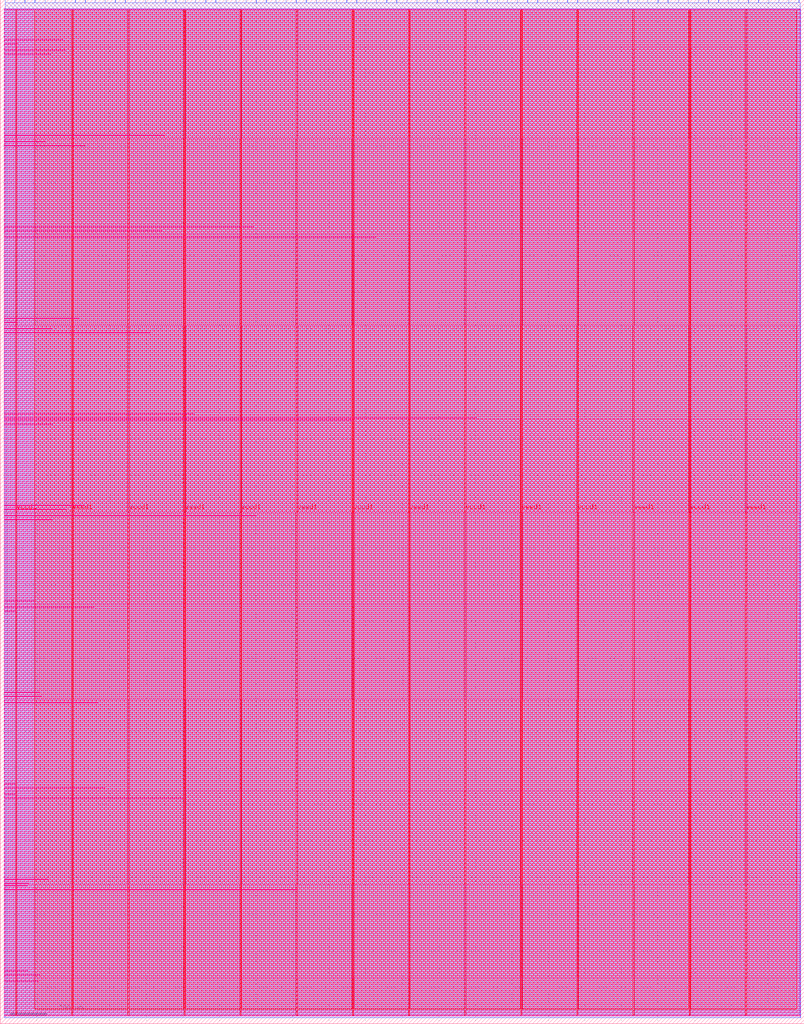
<source format=lef>
VERSION 5.7 ;
  NOWIREEXTENSIONATPIN ON ;
  DIVIDERCHAR "/" ;
  BUSBITCHARS "[]" ;
MACRO DFFRAM_1Kx32
  CLASS BLOCK ;
  FOREIGN DFFRAM_1Kx32 ;
  ORIGIN 0.000 0.000 ;
  SIZE 1100.000 BY 1400.000 ;
  PIN A[0]
    DIRECTION INPUT ;
    USE SIGNAL ;
    PORT
      LAYER met2 ;
        RECT 446.290 1396.000 446.570 1400.000 ;
    END
  END A[0]
  PIN A[1]
    DIRECTION INPUT ;
    USE SIGNAL ;
    PORT
      LAYER met2 ;
        RECT 460.090 1396.000 460.370 1400.000 ;
    END
  END A[1]
  PIN A[2]
    DIRECTION INPUT ;
    USE SIGNAL ;
    PORT
      LAYER met2 ;
        RECT 473.890 1396.000 474.170 1400.000 ;
    END
  END A[2]
  PIN A[3]
    DIRECTION INPUT ;
    USE SIGNAL ;
    PORT
      LAYER met2 ;
        RECT 487.690 1396.000 487.970 1400.000 ;
    END
  END A[3]
  PIN A[4]
    DIRECTION INPUT ;
    USE SIGNAL ;
    PORT
      LAYER met2 ;
        RECT 501.030 1396.000 501.310 1400.000 ;
    END
  END A[4]
  PIN A[5]
    DIRECTION INPUT ;
    USE SIGNAL ;
    PORT
      LAYER met2 ;
        RECT 514.830 1396.000 515.110 1400.000 ;
    END
  END A[5]
  PIN A[6]
    DIRECTION INPUT ;
    USE SIGNAL ;
    PORT
      LAYER met2 ;
        RECT 528.630 1396.000 528.910 1400.000 ;
    END
  END A[6]
  PIN A[7]
    DIRECTION INPUT ;
    USE SIGNAL ;
    PORT
      LAYER met2 ;
        RECT 542.430 1396.000 542.710 1400.000 ;
    END
  END A[7]
  PIN A[8]
    DIRECTION INPUT ;
    USE SIGNAL ;
    PORT
      LAYER met2 ;
        RECT 556.230 1396.000 556.510 1400.000 ;
    END
  END A[8]
  PIN A[9]
    DIRECTION INPUT ;
    USE SIGNAL ;
    PORT
      LAYER met2 ;
        RECT 570.030 1396.000 570.310 1400.000 ;
    END
  END A[9]
  PIN CLK
    DIRECTION INPUT ;
    USE SIGNAL ;
    PORT
      LAYER met2 ;
        RECT 583.830 1396.000 584.110 1400.000 ;
    END
  END CLK
  PIN Di[0]
    DIRECTION INPUT ;
    USE SIGNAL ;
    PORT
      LAYER met2 ;
        RECT 666.170 1396.000 666.450 1400.000 ;
    END
  END Di[0]
  PIN Di[10]
    DIRECTION INPUT ;
    USE SIGNAL ;
    PORT
      LAYER met2 ;
        RECT 803.710 1396.000 803.990 1400.000 ;
    END
  END Di[10]
  PIN Di[11]
    DIRECTION INPUT ;
    USE SIGNAL ;
    PORT
      LAYER met2 ;
        RECT 817.510 1396.000 817.790 1400.000 ;
    END
  END Di[11]
  PIN Di[12]
    DIRECTION INPUT ;
    USE SIGNAL ;
    PORT
      LAYER met2 ;
        RECT 831.310 1396.000 831.590 1400.000 ;
    END
  END Di[12]
  PIN Di[13]
    DIRECTION INPUT ;
    USE SIGNAL ;
    PORT
      LAYER met2 ;
        RECT 845.110 1396.000 845.390 1400.000 ;
    END
  END Di[13]
  PIN Di[14]
    DIRECTION INPUT ;
    USE SIGNAL ;
    PORT
      LAYER met2 ;
        RECT 858.910 1396.000 859.190 1400.000 ;
    END
  END Di[14]
  PIN Di[15]
    DIRECTION INPUT ;
    USE SIGNAL ;
    PORT
      LAYER met2 ;
        RECT 872.250 1396.000 872.530 1400.000 ;
    END
  END Di[15]
  PIN Di[16]
    DIRECTION INPUT ;
    USE SIGNAL ;
    PORT
      LAYER met2 ;
        RECT 886.050 1396.000 886.330 1400.000 ;
    END
  END Di[16]
  PIN Di[17]
    DIRECTION INPUT ;
    USE SIGNAL ;
    PORT
      LAYER met2 ;
        RECT 899.850 1396.000 900.130 1400.000 ;
    END
  END Di[17]
  PIN Di[18]
    DIRECTION INPUT ;
    USE SIGNAL ;
    PORT
      LAYER met2 ;
        RECT 913.650 1396.000 913.930 1400.000 ;
    END
  END Di[18]
  PIN Di[19]
    DIRECTION INPUT ;
    USE SIGNAL ;
    PORT
      LAYER met2 ;
        RECT 927.450 1396.000 927.730 1400.000 ;
    END
  END Di[19]
  PIN Di[1]
    DIRECTION INPUT ;
    USE SIGNAL ;
    PORT
      LAYER met2 ;
        RECT 679.970 1396.000 680.250 1400.000 ;
    END
  END Di[1]
  PIN Di[20]
    DIRECTION INPUT ;
    USE SIGNAL ;
    PORT
      LAYER met2 ;
        RECT 941.250 1396.000 941.530 1400.000 ;
    END
  END Di[20]
  PIN Di[21]
    DIRECTION INPUT ;
    USE SIGNAL ;
    PORT
      LAYER met2 ;
        RECT 955.050 1396.000 955.330 1400.000 ;
    END
  END Di[21]
  PIN Di[22]
    DIRECTION INPUT ;
    USE SIGNAL ;
    PORT
      LAYER met2 ;
        RECT 968.850 1396.000 969.130 1400.000 ;
    END
  END Di[22]
  PIN Di[23]
    DIRECTION INPUT ;
    USE SIGNAL ;
    PORT
      LAYER met2 ;
        RECT 982.650 1396.000 982.930 1400.000 ;
    END
  END Di[23]
  PIN Di[24]
    DIRECTION INPUT ;
    USE SIGNAL ;
    PORT
      LAYER met2 ;
        RECT 995.990 1396.000 996.270 1400.000 ;
    END
  END Di[24]
  PIN Di[25]
    DIRECTION INPUT ;
    USE SIGNAL ;
    PORT
      LAYER met2 ;
        RECT 1009.790 1396.000 1010.070 1400.000 ;
    END
  END Di[25]
  PIN Di[26]
    DIRECTION INPUT ;
    USE SIGNAL ;
    PORT
      LAYER met2 ;
        RECT 1023.590 1396.000 1023.870 1400.000 ;
    END
  END Di[26]
  PIN Di[27]
    DIRECTION INPUT ;
    USE SIGNAL ;
    PORT
      LAYER met2 ;
        RECT 1037.390 1396.000 1037.670 1400.000 ;
    END
  END Di[27]
  PIN Di[28]
    DIRECTION INPUT ;
    USE SIGNAL ;
    PORT
      LAYER met2 ;
        RECT 1051.190 1396.000 1051.470 1400.000 ;
    END
  END Di[28]
  PIN Di[29]
    DIRECTION INPUT ;
    USE SIGNAL ;
    PORT
      LAYER met2 ;
        RECT 1064.990 1396.000 1065.270 1400.000 ;
    END
  END Di[29]
  PIN Di[2]
    DIRECTION INPUT ;
    USE SIGNAL ;
    PORT
      LAYER met2 ;
        RECT 693.770 1396.000 694.050 1400.000 ;
    END
  END Di[2]
  PIN Di[30]
    DIRECTION INPUT ;
    USE SIGNAL ;
    PORT
      LAYER met2 ;
        RECT 1078.790 1396.000 1079.070 1400.000 ;
    END
  END Di[30]
  PIN Di[31]
    DIRECTION INPUT ;
    USE SIGNAL ;
    PORT
      LAYER met2 ;
        RECT 1092.590 1396.000 1092.870 1400.000 ;
    END
  END Di[31]
  PIN Di[3]
    DIRECTION INPUT ;
    USE SIGNAL ;
    PORT
      LAYER met2 ;
        RECT 707.570 1396.000 707.850 1400.000 ;
    END
  END Di[3]
  PIN Di[4]
    DIRECTION INPUT ;
    USE SIGNAL ;
    PORT
      LAYER met2 ;
        RECT 721.370 1396.000 721.650 1400.000 ;
    END
  END Di[4]
  PIN Di[5]
    DIRECTION INPUT ;
    USE SIGNAL ;
    PORT
      LAYER met2 ;
        RECT 735.170 1396.000 735.450 1400.000 ;
    END
  END Di[5]
  PIN Di[6]
    DIRECTION INPUT ;
    USE SIGNAL ;
    PORT
      LAYER met2 ;
        RECT 748.510 1396.000 748.790 1400.000 ;
    END
  END Di[6]
  PIN Di[7]
    DIRECTION INPUT ;
    USE SIGNAL ;
    PORT
      LAYER met2 ;
        RECT 762.310 1396.000 762.590 1400.000 ;
    END
  END Di[7]
  PIN Di[8]
    DIRECTION INPUT ;
    USE SIGNAL ;
    PORT
      LAYER met2 ;
        RECT 776.110 1396.000 776.390 1400.000 ;
    END
  END Di[8]
  PIN Di[9]
    DIRECTION INPUT ;
    USE SIGNAL ;
    PORT
      LAYER met2 ;
        RECT 789.910 1396.000 790.190 1400.000 ;
    END
  END Di[9]
  PIN Do[0]
    DIRECTION OUTPUT TRISTATE ;
    USE SIGNAL ;
    PORT
      LAYER met2 ;
        RECT 6.530 1396.000 6.810 1400.000 ;
    END
  END Do[0]
  PIN Do[10]
    DIRECTION OUTPUT TRISTATE ;
    USE SIGNAL ;
    PORT
      LAYER met2 ;
        RECT 143.610 1396.000 143.890 1400.000 ;
    END
  END Do[10]
  PIN Do[11]
    DIRECTION OUTPUT TRISTATE ;
    USE SIGNAL ;
    PORT
      LAYER met2 ;
        RECT 157.410 1396.000 157.690 1400.000 ;
    END
  END Do[11]
  PIN Do[12]
    DIRECTION OUTPUT TRISTATE ;
    USE SIGNAL ;
    PORT
      LAYER met2 ;
        RECT 171.210 1396.000 171.490 1400.000 ;
    END
  END Do[12]
  PIN Do[13]
    DIRECTION OUTPUT TRISTATE ;
    USE SIGNAL ;
    PORT
      LAYER met2 ;
        RECT 185.010 1396.000 185.290 1400.000 ;
    END
  END Do[13]
  PIN Do[14]
    DIRECTION OUTPUT TRISTATE ;
    USE SIGNAL ;
    PORT
      LAYER met2 ;
        RECT 198.810 1396.000 199.090 1400.000 ;
    END
  END Do[14]
  PIN Do[15]
    DIRECTION OUTPUT TRISTATE ;
    USE SIGNAL ;
    PORT
      LAYER met2 ;
        RECT 212.610 1396.000 212.890 1400.000 ;
    END
  END Do[15]
  PIN Do[16]
    DIRECTION OUTPUT TRISTATE ;
    USE SIGNAL ;
    PORT
      LAYER met2 ;
        RECT 226.410 1396.000 226.690 1400.000 ;
    END
  END Do[16]
  PIN Do[17]
    DIRECTION OUTPUT TRISTATE ;
    USE SIGNAL ;
    PORT
      LAYER met2 ;
        RECT 240.210 1396.000 240.490 1400.000 ;
    END
  END Do[17]
  PIN Do[18]
    DIRECTION OUTPUT TRISTATE ;
    USE SIGNAL ;
    PORT
      LAYER met2 ;
        RECT 253.550 1396.000 253.830 1400.000 ;
    END
  END Do[18]
  PIN Do[19]
    DIRECTION OUTPUT TRISTATE ;
    USE SIGNAL ;
    PORT
      LAYER met2 ;
        RECT 267.350 1396.000 267.630 1400.000 ;
    END
  END Do[19]
  PIN Do[1]
    DIRECTION OUTPUT TRISTATE ;
    USE SIGNAL ;
    PORT
      LAYER met2 ;
        RECT 19.870 1396.000 20.150 1400.000 ;
    END
  END Do[1]
  PIN Do[20]
    DIRECTION OUTPUT TRISTATE ;
    USE SIGNAL ;
    PORT
      LAYER met2 ;
        RECT 281.150 1396.000 281.430 1400.000 ;
    END
  END Do[20]
  PIN Do[21]
    DIRECTION OUTPUT TRISTATE ;
    USE SIGNAL ;
    PORT
      LAYER met2 ;
        RECT 294.950 1396.000 295.230 1400.000 ;
    END
  END Do[21]
  PIN Do[22]
    DIRECTION OUTPUT TRISTATE ;
    USE SIGNAL ;
    PORT
      LAYER met2 ;
        RECT 308.750 1396.000 309.030 1400.000 ;
    END
  END Do[22]
  PIN Do[23]
    DIRECTION OUTPUT TRISTATE ;
    USE SIGNAL ;
    PORT
      LAYER met2 ;
        RECT 322.550 1396.000 322.830 1400.000 ;
    END
  END Do[23]
  PIN Do[24]
    DIRECTION OUTPUT TRISTATE ;
    USE SIGNAL ;
    PORT
      LAYER met2 ;
        RECT 336.350 1396.000 336.630 1400.000 ;
    END
  END Do[24]
  PIN Do[25]
    DIRECTION OUTPUT TRISTATE ;
    USE SIGNAL ;
    PORT
      LAYER met2 ;
        RECT 350.150 1396.000 350.430 1400.000 ;
    END
  END Do[25]
  PIN Do[26]
    DIRECTION OUTPUT TRISTATE ;
    USE SIGNAL ;
    PORT
      LAYER met2 ;
        RECT 363.950 1396.000 364.230 1400.000 ;
    END
  END Do[26]
  PIN Do[27]
    DIRECTION OUTPUT TRISTATE ;
    USE SIGNAL ;
    PORT
      LAYER met2 ;
        RECT 377.290 1396.000 377.570 1400.000 ;
    END
  END Do[27]
  PIN Do[28]
    DIRECTION OUTPUT TRISTATE ;
    USE SIGNAL ;
    PORT
      LAYER met2 ;
        RECT 391.090 1396.000 391.370 1400.000 ;
    END
  END Do[28]
  PIN Do[29]
    DIRECTION OUTPUT TRISTATE ;
    USE SIGNAL ;
    PORT
      LAYER met2 ;
        RECT 404.890 1396.000 405.170 1400.000 ;
    END
  END Do[29]
  PIN Do[2]
    DIRECTION OUTPUT TRISTATE ;
    USE SIGNAL ;
    PORT
      LAYER met2 ;
        RECT 33.670 1396.000 33.950 1400.000 ;
    END
  END Do[2]
  PIN Do[30]
    DIRECTION OUTPUT TRISTATE ;
    USE SIGNAL ;
    PORT
      LAYER met2 ;
        RECT 418.690 1396.000 418.970 1400.000 ;
    END
  END Do[30]
  PIN Do[31]
    DIRECTION OUTPUT TRISTATE ;
    USE SIGNAL ;
    PORT
      LAYER met2 ;
        RECT 432.490 1396.000 432.770 1400.000 ;
    END
  END Do[31]
  PIN Do[3]
    DIRECTION OUTPUT TRISTATE ;
    USE SIGNAL ;
    PORT
      LAYER met2 ;
        RECT 47.470 1396.000 47.750 1400.000 ;
    END
  END Do[3]
  PIN Do[4]
    DIRECTION OUTPUT TRISTATE ;
    USE SIGNAL ;
    PORT
      LAYER met2 ;
        RECT 61.270 1396.000 61.550 1400.000 ;
    END
  END Do[4]
  PIN Do[5]
    DIRECTION OUTPUT TRISTATE ;
    USE SIGNAL ;
    PORT
      LAYER met2 ;
        RECT 75.070 1396.000 75.350 1400.000 ;
    END
  END Do[5]
  PIN Do[6]
    DIRECTION OUTPUT TRISTATE ;
    USE SIGNAL ;
    PORT
      LAYER met2 ;
        RECT 88.870 1396.000 89.150 1400.000 ;
    END
  END Do[6]
  PIN Do[7]
    DIRECTION OUTPUT TRISTATE ;
    USE SIGNAL ;
    PORT
      LAYER met2 ;
        RECT 102.670 1396.000 102.950 1400.000 ;
    END
  END Do[7]
  PIN Do[8]
    DIRECTION OUTPUT TRISTATE ;
    USE SIGNAL ;
    PORT
      LAYER met2 ;
        RECT 116.470 1396.000 116.750 1400.000 ;
    END
  END Do[8]
  PIN Do[9]
    DIRECTION OUTPUT TRISTATE ;
    USE SIGNAL ;
    PORT
      LAYER met2 ;
        RECT 129.810 1396.000 130.090 1400.000 ;
    END
  END Do[9]
  PIN EN
    DIRECTION INPUT ;
    USE SIGNAL ;
    PORT
      LAYER met2 ;
        RECT 652.370 1396.000 652.650 1400.000 ;
    END
  END EN
  PIN WE[0]
    DIRECTION INPUT ;
    USE SIGNAL ;
    PORT
      LAYER met2 ;
        RECT 597.630 1396.000 597.910 1400.000 ;
    END
  END WE[0]
  PIN WE[1]
    DIRECTION INPUT ;
    USE SIGNAL ;
    PORT
      LAYER met2 ;
        RECT 611.430 1396.000 611.710 1400.000 ;
    END
  END WE[1]
  PIN WE[2]
    DIRECTION INPUT ;
    USE SIGNAL ;
    PORT
      LAYER met2 ;
        RECT 624.770 1396.000 625.050 1400.000 ;
    END
  END WE[2]
  PIN WE[3]
    DIRECTION INPUT ;
    USE SIGNAL ;
    PORT
      LAYER met2 ;
        RECT 638.570 1396.000 638.850 1400.000 ;
    END
  END WE[3]
  PIN vccd1
    DIRECTION INOUT ;
    USE POWER ;
    PORT
      LAYER met4 ;
        RECT 942.640 10.640 944.240 1387.440 ;
    END
  END vccd1
  PIN vccd1
    DIRECTION INOUT ;
    USE POWER ;
    PORT
      LAYER met4 ;
        RECT 789.040 10.640 790.640 1387.440 ;
    END
  END vccd1
  PIN vccd1
    DIRECTION INOUT ;
    USE POWER ;
    PORT
      LAYER met4 ;
        RECT 635.440 10.640 637.040 1387.440 ;
    END
  END vccd1
  PIN vccd1
    DIRECTION INOUT ;
    USE POWER ;
    PORT
      LAYER met4 ;
        RECT 481.840 10.640 483.440 1387.440 ;
    END
  END vccd1
  PIN vccd1
    DIRECTION INOUT ;
    USE POWER ;
    PORT
      LAYER met4 ;
        RECT 328.240 10.640 329.840 1387.440 ;
    END
  END vccd1
  PIN vccd1
    DIRECTION INOUT ;
    USE POWER ;
    PORT
      LAYER met4 ;
        RECT 174.640 10.640 176.240 1387.440 ;
    END
  END vccd1
  PIN vccd1
    DIRECTION INOUT ;
    USE POWER ;
    PORT
      LAYER met4 ;
        RECT 21.040 10.640 22.640 1387.440 ;
    END
  END vccd1
  PIN vssd1
    DIRECTION INOUT ;
    USE GROUND ;
    PORT
      LAYER met4 ;
        RECT 1019.440 10.640 1021.040 1387.440 ;
    END
  END vssd1
  PIN vssd1
    DIRECTION INOUT ;
    USE GROUND ;
    PORT
      LAYER met4 ;
        RECT 865.840 10.640 867.440 1387.440 ;
    END
  END vssd1
  PIN vssd1
    DIRECTION INOUT ;
    USE GROUND ;
    PORT
      LAYER met4 ;
        RECT 712.240 10.640 713.840 1387.440 ;
    END
  END vssd1
  PIN vssd1
    DIRECTION INOUT ;
    USE GROUND ;
    PORT
      LAYER met4 ;
        RECT 558.640 10.640 560.240 1387.440 ;
    END
  END vssd1
  PIN vssd1
    DIRECTION INOUT ;
    USE GROUND ;
    PORT
      LAYER met4 ;
        RECT 405.040 10.640 406.640 1387.440 ;
    END
  END vssd1
  PIN vssd1
    DIRECTION INOUT ;
    USE GROUND ;
    PORT
      LAYER met4 ;
        RECT 251.440 10.640 253.040 1387.440 ;
    END
  END vssd1
  PIN vssd1
    DIRECTION INOUT ;
    USE GROUND ;
    PORT
      LAYER met4 ;
        RECT 97.840 10.640 99.440 1387.440 ;
    END
  END vssd1
  OBS
      LAYER nwell ;
        RECT 5.330 1385.785 1094.530 1387.390 ;
        RECT 5.330 1380.345 1094.530 1383.175 ;
        RECT 5.330 1374.905 1094.530 1377.735 ;
        RECT 5.330 1369.515 1094.530 1372.295 ;
        RECT 5.330 1369.465 454.555 1369.515 ;
        RECT 5.330 1366.805 327.660 1366.855 ;
        RECT 5.330 1364.075 1094.530 1366.805 ;
        RECT 5.330 1364.025 114.680 1364.075 ;
        RECT 5.330 1361.365 274.695 1361.415 ;
        RECT 5.330 1358.635 1094.530 1361.365 ;
        RECT 5.330 1358.585 127.035 1358.635 ;
        RECT 5.330 1355.925 106.335 1355.975 ;
        RECT 5.330 1353.195 1094.530 1355.925 ;
        RECT 5.330 1353.145 176.255 1353.195 ;
        RECT 5.330 1350.485 42.460 1350.535 ;
        RECT 5.330 1347.755 1094.530 1350.485 ;
        RECT 5.330 1347.705 36.480 1347.755 ;
        RECT 5.330 1345.045 86.095 1345.095 ;
        RECT 5.330 1342.315 1094.530 1345.045 ;
        RECT 5.330 1342.265 21.760 1342.315 ;
        RECT 5.330 1339.605 24.520 1339.655 ;
        RECT 5.330 1336.875 1094.530 1339.605 ;
        RECT 5.330 1336.825 25.900 1336.875 ;
        RECT 5.330 1334.165 115.535 1334.215 ;
        RECT 5.330 1331.435 1094.530 1334.165 ;
        RECT 5.330 1331.385 89.775 1331.435 ;
        RECT 5.330 1328.725 284.355 1328.775 ;
        RECT 5.330 1325.995 1094.530 1328.725 ;
        RECT 5.330 1325.945 69.075 1325.995 ;
        RECT 5.330 1323.285 222.715 1323.335 ;
        RECT 5.330 1320.555 1094.530 1323.285 ;
        RECT 5.330 1320.505 179.080 1320.555 ;
        RECT 5.330 1317.845 241.115 1317.895 ;
        RECT 5.330 1315.115 1094.530 1317.845 ;
        RECT 5.330 1315.065 23.600 1315.115 ;
        RECT 5.330 1312.405 84.715 1312.455 ;
        RECT 5.330 1309.675 1094.530 1312.405 ;
        RECT 5.330 1309.625 40.555 1309.675 ;
        RECT 5.330 1306.965 59.940 1307.015 ;
        RECT 5.330 1304.235 1094.530 1306.965 ;
        RECT 5.330 1304.185 41.540 1304.235 ;
        RECT 5.330 1301.525 24.980 1301.575 ;
        RECT 5.330 1298.795 1094.530 1301.525 ;
        RECT 5.330 1298.745 236.055 1298.795 ;
        RECT 5.330 1296.085 184.075 1296.135 ;
        RECT 5.330 1293.355 1094.530 1296.085 ;
        RECT 5.330 1293.305 236.055 1293.355 ;
        RECT 5.330 1290.645 25.440 1290.695 ;
        RECT 5.330 1287.915 1094.530 1290.645 ;
        RECT 5.330 1287.865 72.360 1287.915 ;
        RECT 5.330 1285.205 24.915 1285.255 ;
        RECT 5.330 1282.475 1094.530 1285.205 ;
        RECT 5.330 1282.425 185.520 1282.475 ;
        RECT 5.330 1279.765 206.680 1279.815 ;
        RECT 5.330 1277.035 1094.530 1279.765 ;
        RECT 5.330 1276.985 128.415 1277.035 ;
        RECT 5.330 1274.325 184.995 1274.375 ;
        RECT 5.330 1271.595 1094.530 1274.325 ;
        RECT 5.330 1271.545 49.820 1271.595 ;
        RECT 5.330 1268.885 85.175 1268.935 ;
        RECT 5.330 1266.155 1094.530 1268.885 ;
        RECT 5.330 1266.105 27.280 1266.155 ;
        RECT 5.330 1263.445 180.460 1263.495 ;
        RECT 5.330 1260.715 1094.530 1263.445 ;
        RECT 5.330 1260.665 114.155 1260.715 ;
        RECT 5.330 1258.005 344.155 1258.055 ;
        RECT 5.330 1255.275 1094.530 1258.005 ;
        RECT 5.330 1255.225 99.435 1255.275 ;
        RECT 5.330 1252.565 267.795 1252.615 ;
        RECT 5.330 1249.835 1094.530 1252.565 ;
        RECT 5.330 1249.785 22.615 1249.835 ;
        RECT 5.330 1247.125 24.520 1247.175 ;
        RECT 5.330 1244.395 1094.530 1247.125 ;
        RECT 5.330 1244.345 45.155 1244.395 ;
        RECT 5.330 1241.685 130.715 1241.735 ;
        RECT 5.330 1238.955 1094.530 1241.685 ;
        RECT 5.330 1238.905 49.820 1238.955 ;
        RECT 5.330 1236.245 64.015 1236.295 ;
        RECT 5.330 1233.515 1094.530 1236.245 ;
        RECT 5.330 1233.465 111.855 1233.515 ;
        RECT 5.330 1230.805 35.495 1230.855 ;
        RECT 5.330 1228.075 1094.530 1230.805 ;
        RECT 5.330 1228.025 85.635 1228.075 ;
        RECT 5.330 1225.365 23.140 1225.415 ;
        RECT 5.330 1222.635 1094.530 1225.365 ;
        RECT 5.330 1222.585 243.415 1222.635 ;
        RECT 5.330 1219.925 180.460 1219.975 ;
        RECT 5.330 1217.195 1094.530 1219.925 ;
        RECT 5.330 1217.145 21.300 1217.195 ;
        RECT 5.330 1214.485 224.620 1214.535 ;
        RECT 5.330 1211.755 1094.530 1214.485 ;
        RECT 5.330 1211.705 85.635 1211.755 ;
        RECT 5.330 1209.045 32.340 1209.095 ;
        RECT 5.330 1206.315 1094.530 1209.045 ;
        RECT 5.330 1206.265 62.240 1206.315 ;
        RECT 5.330 1203.605 118.360 1203.655 ;
        RECT 5.330 1200.875 1094.530 1203.605 ;
        RECT 5.330 1200.825 115.535 1200.875 ;
        RECT 5.330 1198.165 24.520 1198.215 ;
        RECT 5.330 1195.435 1094.530 1198.165 ;
        RECT 5.330 1195.385 45.220 1195.435 ;
        RECT 5.330 1192.725 116.455 1192.775 ;
        RECT 5.330 1189.995 1094.530 1192.725 ;
        RECT 5.330 1189.945 105.940 1189.995 ;
        RECT 5.330 1187.285 46.535 1187.335 ;
        RECT 5.330 1184.555 1094.530 1187.285 ;
        RECT 5.330 1184.505 847.855 1184.555 ;
        RECT 5.330 1181.845 28.660 1181.895 ;
        RECT 5.330 1179.115 1094.530 1181.845 ;
        RECT 5.330 1179.065 886.560 1179.115 ;
        RECT 5.330 1176.405 115.995 1176.455 ;
        RECT 5.330 1173.675 1094.530 1176.405 ;
        RECT 5.330 1173.625 48.375 1173.675 ;
        RECT 5.330 1170.965 101.735 1171.015 ;
        RECT 5.330 1168.235 1094.530 1170.965 ;
        RECT 5.330 1168.185 25.440 1168.235 ;
        RECT 5.330 1165.525 222.715 1165.575 ;
        RECT 5.330 1162.795 1094.530 1165.525 ;
        RECT 5.330 1162.745 78.735 1162.795 ;
        RECT 5.330 1160.085 974.880 1160.135 ;
        RECT 5.330 1157.355 1094.530 1160.085 ;
        RECT 5.330 1157.305 24.915 1157.355 ;
        RECT 5.330 1154.645 23.075 1154.695 ;
        RECT 5.330 1151.915 1094.530 1154.645 ;
        RECT 5.330 1151.865 21.760 1151.915 ;
        RECT 5.330 1149.205 108.635 1149.255 ;
        RECT 5.330 1146.475 1094.530 1149.205 ;
        RECT 5.330 1146.425 25.900 1146.475 ;
        RECT 5.330 1143.765 82.415 1143.815 ;
        RECT 5.330 1141.035 1094.530 1143.765 ;
        RECT 5.330 1140.985 21.760 1141.035 ;
        RECT 5.330 1138.325 125.195 1138.375 ;
        RECT 5.330 1135.595 1094.530 1138.325 ;
        RECT 5.330 1135.545 62.240 1135.595 ;
        RECT 5.330 1132.885 205.235 1132.935 ;
        RECT 5.330 1130.155 1094.530 1132.885 ;
        RECT 5.330 1130.105 426.495 1130.155 ;
        RECT 5.330 1127.445 355.720 1127.495 ;
        RECT 5.330 1124.715 1094.530 1127.445 ;
        RECT 5.330 1124.665 142.215 1124.715 ;
        RECT 5.330 1122.005 64.080 1122.055 ;
        RECT 5.330 1119.275 1094.530 1122.005 ;
        RECT 5.330 1119.225 408.555 1119.275 ;
        RECT 5.330 1116.565 49.360 1116.615 ;
        RECT 5.330 1113.835 1094.530 1116.565 ;
        RECT 5.330 1113.785 52.580 1113.835 ;
        RECT 5.330 1111.125 623.375 1111.175 ;
        RECT 5.330 1108.395 1094.530 1111.125 ;
        RECT 5.330 1108.345 186.440 1108.395 ;
        RECT 5.330 1105.685 614.635 1105.735 ;
        RECT 5.330 1102.955 1094.530 1105.685 ;
        RECT 5.330 1102.905 235.135 1102.955 ;
        RECT 5.330 1100.245 214.895 1100.295 ;
        RECT 5.330 1097.515 1094.530 1100.245 ;
        RECT 5.330 1097.465 183.615 1097.515 ;
        RECT 5.330 1094.805 354.340 1094.855 ;
        RECT 5.330 1092.075 1094.530 1094.805 ;
        RECT 5.330 1092.025 206.220 1092.075 ;
        RECT 5.330 1089.365 347.440 1089.415 ;
        RECT 5.330 1086.635 1094.530 1089.365 ;
        RECT 5.330 1086.585 176.255 1086.635 ;
        RECT 5.330 1083.925 221.860 1083.975 ;
        RECT 5.330 1081.195 1094.530 1083.925 ;
        RECT 5.330 1081.145 178.620 1081.195 ;
        RECT 5.330 1078.485 522.175 1078.535 ;
        RECT 5.330 1075.755 1094.530 1078.485 ;
        RECT 5.330 1075.705 514.420 1075.755 ;
        RECT 5.330 1073.045 957.335 1073.095 ;
        RECT 5.330 1070.315 1094.530 1073.045 ;
        RECT 5.330 1070.265 92.535 1070.315 ;
        RECT 5.330 1067.605 125.195 1067.655 ;
        RECT 5.330 1064.875 1094.530 1067.605 ;
        RECT 5.330 1064.825 54.880 1064.875 ;
        RECT 5.330 1062.165 23.140 1062.215 ;
        RECT 5.330 1059.435 1094.530 1062.165 ;
        RECT 5.330 1059.385 26.295 1059.435 ;
        RECT 5.330 1056.725 418.215 1056.775 ;
        RECT 5.330 1053.995 1094.530 1056.725 ;
        RECT 5.330 1053.945 363.475 1053.995 ;
        RECT 5.330 1051.285 330.880 1051.335 ;
        RECT 5.330 1048.555 1094.530 1051.285 ;
        RECT 5.330 1048.505 21.760 1048.555 ;
        RECT 5.330 1045.845 485.440 1045.895 ;
        RECT 5.330 1043.115 1094.530 1045.845 ;
        RECT 5.330 1043.065 24.915 1043.115 ;
        RECT 5.330 1040.405 49.360 1040.455 ;
        RECT 5.330 1037.675 1094.530 1040.405 ;
        RECT 5.330 1037.625 69.995 1037.675 ;
        RECT 5.330 1034.965 72.755 1035.015 ;
        RECT 5.330 1032.235 1094.530 1034.965 ;
        RECT 5.330 1032.185 27.740 1032.235 ;
        RECT 5.330 1029.525 267.335 1029.575 ;
        RECT 5.330 1026.795 1094.530 1029.525 ;
        RECT 5.330 1026.745 329.895 1026.795 ;
        RECT 5.330 1024.085 249.920 1024.135 ;
        RECT 5.330 1021.355 1094.530 1024.085 ;
        RECT 5.330 1021.305 68.155 1021.355 ;
        RECT 5.330 1018.645 26.820 1018.695 ;
        RECT 5.330 1015.915 1094.530 1018.645 ;
        RECT 5.330 1015.865 25.375 1015.915 ;
        RECT 5.330 1013.205 46.995 1013.255 ;
        RECT 5.330 1010.475 1094.530 1013.205 ;
        RECT 5.330 1010.425 380.955 1010.475 ;
        RECT 5.330 1007.765 686.920 1007.815 ;
        RECT 5.330 1005.035 1094.530 1007.765 ;
        RECT 5.330 1004.985 186.440 1005.035 ;
        RECT 5.330 1002.325 162.915 1002.375 ;
        RECT 5.330 999.595 1094.530 1002.325 ;
        RECT 5.330 999.545 329.895 999.595 ;
        RECT 5.330 996.885 196.955 996.935 ;
        RECT 5.330 994.155 1094.530 996.885 ;
        RECT 5.330 994.105 351.120 994.155 ;
        RECT 5.330 991.445 112.315 991.495 ;
        RECT 5.330 988.715 1094.530 991.445 ;
        RECT 5.330 988.665 53.040 988.715 ;
        RECT 5.330 986.005 58.560 986.055 ;
        RECT 5.330 983.275 1094.530 986.005 ;
        RECT 5.330 983.225 27.740 983.275 ;
        RECT 5.330 980.565 23.600 980.615 ;
        RECT 5.330 977.835 1094.530 980.565 ;
        RECT 5.330 977.785 28.660 977.835 ;
        RECT 5.330 975.125 983.555 975.175 ;
        RECT 5.330 972.395 1094.530 975.125 ;
        RECT 5.330 972.345 71.375 972.395 ;
        RECT 5.330 969.685 28.595 969.735 ;
        RECT 5.330 966.955 1094.530 969.685 ;
        RECT 5.330 966.905 202.540 966.955 ;
        RECT 5.330 964.245 108.175 964.295 ;
        RECT 5.330 961.515 1094.530 964.245 ;
        RECT 5.330 961.465 21.760 961.515 ;
        RECT 5.330 958.805 23.140 958.855 ;
        RECT 5.330 956.075 1094.530 958.805 ;
        RECT 5.330 956.025 334.100 956.075 ;
        RECT 5.330 953.365 185.455 953.415 ;
        RECT 5.330 950.635 1094.530 953.365 ;
        RECT 5.330 950.585 70.915 950.635 ;
        RECT 5.330 947.925 25.440 947.975 ;
        RECT 5.330 945.195 1094.530 947.925 ;
        RECT 5.330 945.145 204.840 945.195 ;
        RECT 5.330 942.485 52.580 942.535 ;
        RECT 5.330 939.755 1094.530 942.485 ;
        RECT 5.330 939.705 27.740 939.755 ;
        RECT 5.330 937.045 162.060 937.095 ;
        RECT 5.330 934.315 1094.530 937.045 ;
        RECT 5.330 934.265 254.060 934.315 ;
        RECT 5.330 931.605 49.360 931.655 ;
        RECT 5.330 928.875 1094.530 931.605 ;
        RECT 5.330 928.825 60.795 928.875 ;
        RECT 5.330 926.165 106.795 926.215 ;
        RECT 5.330 923.435 1094.530 926.165 ;
        RECT 5.330 923.385 419.135 923.435 ;
        RECT 5.330 920.725 59.415 920.775 ;
        RECT 5.330 917.995 1094.530 920.725 ;
        RECT 5.330 917.945 26.360 917.995 ;
        RECT 5.330 915.285 23.140 915.335 ;
        RECT 5.330 912.555 1094.530 915.285 ;
        RECT 5.330 912.505 249.855 912.555 ;
        RECT 5.330 909.845 92.075 909.895 ;
        RECT 5.330 907.115 1094.530 909.845 ;
        RECT 5.330 907.065 186.440 907.115 ;
        RECT 5.330 904.405 167.975 904.455 ;
        RECT 5.330 901.675 1094.530 904.405 ;
        RECT 5.330 901.625 22.680 901.675 ;
        RECT 5.330 898.965 64.015 899.015 ;
        RECT 5.330 896.235 1094.530 898.965 ;
        RECT 5.330 896.185 127.495 896.235 ;
        RECT 5.330 893.525 346.980 893.575 ;
        RECT 5.330 890.795 1094.530 893.525 ;
        RECT 5.330 890.745 217.655 890.795 ;
        RECT 5.330 888.085 345.075 888.135 ;
        RECT 5.330 885.355 1094.530 888.085 ;
        RECT 5.330 885.305 28.200 885.355 ;
        RECT 5.330 882.645 78.735 882.695 ;
        RECT 5.330 879.915 1094.530 882.645 ;
        RECT 5.330 879.865 28.660 879.915 ;
        RECT 5.330 877.205 29.975 877.255 ;
        RECT 5.330 874.475 1094.530 877.205 ;
        RECT 5.330 874.425 114.680 874.475 ;
        RECT 5.330 871.765 186.375 871.815 ;
        RECT 5.330 869.035 1094.530 871.765 ;
        RECT 5.330 868.985 24.915 869.035 ;
        RECT 5.330 866.325 267.335 866.375 ;
        RECT 5.330 863.595 1094.530 866.325 ;
        RECT 5.330 863.545 219.035 863.595 ;
        RECT 5.330 860.885 161.075 860.935 ;
        RECT 5.330 858.155 1094.530 860.885 ;
        RECT 5.330 858.105 586.575 858.155 ;
        RECT 5.330 855.445 233.755 855.495 ;
        RECT 5.330 852.715 1094.530 855.445 ;
        RECT 5.330 852.665 167.120 852.715 ;
        RECT 5.330 850.005 173.560 850.055 ;
        RECT 5.330 847.275 1094.530 850.005 ;
        RECT 5.330 847.225 482.680 847.275 ;
        RECT 5.330 844.565 24.520 844.615 ;
        RECT 5.330 841.835 1094.530 844.565 ;
        RECT 5.330 841.785 53.040 841.835 ;
        RECT 5.330 839.125 25.375 839.175 ;
        RECT 5.330 836.395 1094.530 839.125 ;
        RECT 5.330 836.345 28.660 836.395 ;
        RECT 5.330 833.685 265.035 833.735 ;
        RECT 5.330 830.955 1094.530 833.685 ;
        RECT 5.330 830.905 71.375 830.955 ;
        RECT 5.330 828.245 652.420 828.295 ;
        RECT 5.330 825.515 1094.530 828.245 ;
        RECT 5.330 825.465 483.140 825.515 ;
        RECT 5.330 822.805 164.360 822.855 ;
        RECT 5.330 820.075 1094.530 822.805 ;
        RECT 5.330 820.025 71.835 820.075 ;
        RECT 5.330 817.365 32.800 817.415 ;
        RECT 5.330 814.635 1094.530 817.365 ;
        RECT 5.330 814.585 238.420 814.635 ;
        RECT 5.330 811.925 104.955 811.975 ;
        RECT 5.330 809.195 1094.530 811.925 ;
        RECT 5.330 809.145 87.015 809.195 ;
        RECT 5.330 806.485 30.500 806.535 ;
        RECT 5.330 803.755 1094.530 806.485 ;
        RECT 5.330 803.705 48.900 803.755 ;
        RECT 5.330 801.045 29.055 801.095 ;
        RECT 5.330 798.315 1094.530 801.045 ;
        RECT 5.330 798.265 20.775 798.315 ;
        RECT 5.330 795.605 88.395 795.655 ;
        RECT 5.330 792.875 1094.530 795.605 ;
        RECT 5.330 792.825 166.135 792.875 ;
        RECT 5.330 790.165 23.140 790.215 ;
        RECT 5.330 787.435 1094.530 790.165 ;
        RECT 5.330 787.385 182.235 787.435 ;
        RECT 5.330 784.725 348.755 784.775 ;
        RECT 5.330 781.995 1094.530 784.725 ;
        RECT 5.330 781.945 218.115 781.995 ;
        RECT 5.330 779.285 182.300 779.335 ;
        RECT 5.330 776.555 1094.530 779.285 ;
        RECT 5.330 776.505 201.095 776.555 ;
        RECT 5.330 773.845 337.780 773.895 ;
        RECT 5.330 771.115 1094.530 773.845 ;
        RECT 5.330 771.065 350.595 771.115 ;
        RECT 5.330 768.405 188.675 768.455 ;
        RECT 5.330 765.675 1094.530 768.405 ;
        RECT 5.330 765.625 452.715 765.675 ;
        RECT 5.330 762.965 806.915 763.015 ;
        RECT 5.330 760.235 1094.530 762.965 ;
        RECT 5.330 760.185 574.155 760.235 ;
        RECT 5.330 757.525 275.615 757.575 ;
        RECT 5.330 754.795 1094.530 757.525 ;
        RECT 5.330 754.745 332.655 754.795 ;
        RECT 5.330 752.085 248.015 752.135 ;
        RECT 5.330 749.355 1094.530 752.085 ;
        RECT 5.330 749.305 49.755 749.355 ;
        RECT 5.330 746.645 24.980 746.695 ;
        RECT 5.330 743.915 1094.530 746.645 ;
        RECT 5.330 743.865 25.440 743.915 ;
        RECT 5.330 741.205 105.875 741.255 ;
        RECT 5.330 738.475 1094.530 741.205 ;
        RECT 5.330 738.425 311.560 738.475 ;
        RECT 5.330 735.765 317.935 735.815 ;
        RECT 5.330 733.035 1094.530 735.765 ;
        RECT 5.330 732.985 295.395 733.035 ;
        RECT 5.330 730.325 68.680 730.375 ;
        RECT 5.330 727.595 1094.530 730.325 ;
        RECT 5.330 727.545 26.295 727.595 ;
        RECT 5.330 724.885 89.775 724.935 ;
        RECT 5.330 722.155 1094.530 724.885 ;
        RECT 5.330 722.105 27.740 722.155 ;
        RECT 5.330 719.445 57.115 719.495 ;
        RECT 5.330 716.715 1094.530 719.445 ;
        RECT 5.330 716.665 129.795 716.715 ;
        RECT 5.330 714.005 690.995 714.055 ;
        RECT 5.330 711.275 1094.530 714.005 ;
        RECT 5.330 711.225 24.520 711.275 ;
        RECT 5.330 708.565 115.535 708.615 ;
        RECT 5.330 705.835 1094.530 708.565 ;
        RECT 5.330 705.785 25.440 705.835 ;
        RECT 5.330 703.125 90.235 703.175 ;
        RECT 5.330 700.395 1094.530 703.125 ;
        RECT 5.330 700.345 298.220 700.395 ;
        RECT 5.330 697.685 30.895 697.735 ;
        RECT 5.330 694.955 1094.530 697.685 ;
        RECT 5.330 694.905 350.135 694.955 ;
        RECT 5.330 692.245 285.340 692.295 ;
        RECT 5.330 689.515 1094.530 692.245 ;
        RECT 5.330 689.465 71.375 689.515 ;
        RECT 5.330 686.805 278.440 686.855 ;
        RECT 5.330 684.075 1094.530 686.805 ;
        RECT 5.330 684.025 21.760 684.075 ;
        RECT 5.330 681.365 75.580 681.415 ;
        RECT 5.330 678.635 1094.530 681.365 ;
        RECT 5.330 678.585 123.815 678.635 ;
        RECT 5.330 675.925 107.255 675.975 ;
        RECT 5.330 673.195 1094.530 675.925 ;
        RECT 5.330 673.145 25.375 673.195 ;
        RECT 5.330 670.485 65.460 670.535 ;
        RECT 5.330 667.755 1094.530 670.485 ;
        RECT 5.330 667.705 640.000 667.755 ;
        RECT 5.330 665.045 728.255 665.095 ;
        RECT 5.330 662.315 1094.530 665.045 ;
        RECT 5.330 662.265 353.355 662.315 ;
        RECT 5.330 659.605 161.995 659.655 ;
        RECT 5.330 656.875 1094.530 659.605 ;
        RECT 5.330 656.825 75.515 656.875 ;
        RECT 5.330 654.165 309.655 654.215 ;
        RECT 5.330 651.435 1094.530 654.165 ;
        RECT 5.330 651.385 252.615 651.435 ;
        RECT 5.330 648.725 194.720 648.775 ;
        RECT 5.330 645.995 1094.530 648.725 ;
        RECT 5.330 645.945 20.840 645.995 ;
        RECT 5.330 643.285 76.960 643.335 ;
        RECT 5.330 640.555 1094.530 643.285 ;
        RECT 5.330 640.505 23.140 640.555 ;
        RECT 5.330 637.845 26.295 637.895 ;
        RECT 5.330 635.115 1094.530 637.845 ;
        RECT 5.330 635.065 459.615 635.115 ;
        RECT 5.330 632.405 24.455 632.455 ;
        RECT 5.330 629.675 1094.530 632.405 ;
        RECT 5.330 629.625 26.360 629.675 ;
        RECT 5.330 626.965 75.580 627.015 ;
        RECT 5.330 624.235 1094.530 626.965 ;
        RECT 5.330 624.185 28.200 624.235 ;
        RECT 5.330 621.525 25.900 621.575 ;
        RECT 5.330 618.795 1094.530 621.525 ;
        RECT 5.330 618.745 430.700 618.795 ;
        RECT 5.330 616.085 189.200 616.135 ;
        RECT 5.330 613.355 1094.530 616.085 ;
        RECT 5.330 613.305 254.915 613.355 ;
        RECT 5.330 610.645 431.620 610.695 ;
        RECT 5.330 607.915 1094.530 610.645 ;
        RECT 5.330 607.865 498.255 607.915 ;
        RECT 5.330 605.205 56.655 605.255 ;
        RECT 5.330 602.475 1094.530 605.205 ;
        RECT 5.330 602.425 24.980 602.475 ;
        RECT 5.330 599.765 130.715 599.815 ;
        RECT 5.330 597.035 1094.530 599.765 ;
        RECT 5.330 596.985 87.475 597.035 ;
        RECT 5.330 594.325 24.060 594.375 ;
        RECT 5.330 591.595 1094.530 594.325 ;
        RECT 5.330 591.545 281.595 591.595 ;
        RECT 5.330 588.885 432.540 588.935 ;
        RECT 5.330 586.155 1094.530 588.885 ;
        RECT 5.330 586.105 25.440 586.155 ;
        RECT 5.330 583.445 32.275 583.495 ;
        RECT 5.330 580.715 1094.530 583.445 ;
        RECT 5.330 580.665 156.475 580.715 ;
        RECT 5.330 578.005 46.535 578.055 ;
        RECT 5.330 575.275 1094.530 578.005 ;
        RECT 5.330 575.225 143.135 575.275 ;
        RECT 5.330 572.565 75.975 572.615 ;
        RECT 5.330 569.835 1094.530 572.565 ;
        RECT 5.330 569.785 129.335 569.835 ;
        RECT 5.330 567.125 299.535 567.175 ;
        RECT 5.330 564.395 1094.530 567.125 ;
        RECT 5.330 564.345 21.300 564.395 ;
        RECT 5.330 561.685 265.495 561.735 ;
        RECT 5.330 558.955 1094.530 561.685 ;
        RECT 5.330 558.905 90.695 558.955 ;
        RECT 5.330 556.245 76.435 556.295 ;
        RECT 5.330 553.515 1094.530 556.245 ;
        RECT 5.330 553.465 45.680 553.515 ;
        RECT 5.330 550.805 136.695 550.855 ;
        RECT 5.330 548.075 1094.530 550.805 ;
        RECT 5.330 548.025 26.295 548.075 ;
        RECT 5.330 545.365 27.740 545.415 ;
        RECT 5.330 542.635 1094.530 545.365 ;
        RECT 5.330 542.585 433.920 542.635 ;
        RECT 5.330 539.925 432.540 539.975 ;
        RECT 5.330 537.195 1094.530 539.925 ;
        RECT 5.330 537.145 93.520 537.195 ;
        RECT 5.330 534.485 37.400 534.535 ;
        RECT 5.330 531.755 1094.530 534.485 ;
        RECT 5.330 531.705 19.460 531.755 ;
        RECT 5.330 529.045 117.375 529.095 ;
        RECT 5.330 526.315 1094.530 529.045 ;
        RECT 5.330 526.265 653.735 526.315 ;
        RECT 5.330 523.605 184.995 523.655 ;
        RECT 5.330 520.875 1094.530 523.605 ;
        RECT 5.330 520.825 193.340 520.875 ;
        RECT 5.330 518.165 190.055 518.215 ;
        RECT 5.330 515.435 1094.530 518.165 ;
        RECT 5.330 515.385 429.255 515.435 ;
        RECT 5.330 512.725 191.040 512.775 ;
        RECT 5.330 509.995 1094.530 512.725 ;
        RECT 5.330 509.945 429.780 509.995 ;
        RECT 5.330 507.285 245.780 507.335 ;
        RECT 5.330 504.555 1094.530 507.285 ;
        RECT 5.330 504.505 444.435 504.555 ;
        RECT 5.330 501.845 317.935 501.895 ;
        RECT 5.330 499.115 1094.530 501.845 ;
        RECT 5.330 499.065 242.955 499.115 ;
        RECT 5.330 496.405 189.660 496.455 ;
        RECT 5.330 493.675 1094.530 496.405 ;
        RECT 5.330 493.625 183.615 493.675 ;
        RECT 5.330 490.965 431.620 491.015 ;
        RECT 5.330 488.235 1094.530 490.965 ;
        RECT 5.330 488.185 429.780 488.235 ;
        RECT 5.330 485.525 511.135 485.575 ;
        RECT 5.330 482.795 1094.530 485.525 ;
        RECT 5.330 482.745 615.095 482.795 ;
        RECT 5.330 480.085 62.635 480.135 ;
        RECT 5.330 477.355 1094.530 480.085 ;
        RECT 5.330 477.305 21.760 477.355 ;
        RECT 5.330 474.645 23.535 474.695 ;
        RECT 5.330 471.915 1094.530 474.645 ;
        RECT 5.330 471.865 69.535 471.915 ;
        RECT 5.330 469.205 23.140 469.255 ;
        RECT 5.330 466.475 1094.530 469.205 ;
        RECT 5.330 466.425 600.900 466.475 ;
        RECT 5.330 463.765 239.340 463.815 ;
        RECT 5.330 461.035 1094.530 463.765 ;
        RECT 5.330 460.985 52.055 461.035 ;
        RECT 5.330 458.325 106.795 458.375 ;
        RECT 5.330 455.595 1094.530 458.325 ;
        RECT 5.330 455.545 21.300 455.595 ;
        RECT 5.330 452.885 53.895 452.935 ;
        RECT 5.330 450.155 1094.530 452.885 ;
        RECT 5.330 450.105 73.215 450.155 ;
        RECT 5.330 447.445 56.720 447.495 ;
        RECT 5.330 444.715 1094.530 447.445 ;
        RECT 5.330 444.665 91.220 444.715 ;
        RECT 5.330 442.005 23.140 442.055 ;
        RECT 5.330 439.275 1094.530 442.005 ;
        RECT 5.330 439.225 134.000 439.275 ;
        RECT 5.330 436.565 241.180 436.615 ;
        RECT 5.330 433.835 1094.530 436.565 ;
        RECT 5.330 433.785 69.535 433.835 ;
        RECT 5.330 431.125 23.600 431.175 ;
        RECT 5.330 428.395 1094.530 431.125 ;
        RECT 5.330 428.345 53.500 428.395 ;
        RECT 5.330 425.685 141.295 425.735 ;
        RECT 5.330 422.955 1094.530 425.685 ;
        RECT 5.330 422.905 36.020 422.955 ;
        RECT 5.330 420.245 52.975 420.295 ;
        RECT 5.330 417.515 1094.530 420.245 ;
        RECT 5.330 417.465 376.880 417.515 ;
        RECT 5.330 414.805 469.735 414.855 ;
        RECT 5.330 412.075 1094.530 414.805 ;
        RECT 5.330 412.025 28.200 412.075 ;
        RECT 5.330 409.365 84.715 409.415 ;
        RECT 5.330 406.635 1094.530 409.365 ;
        RECT 5.330 406.585 26.295 406.635 ;
        RECT 5.330 403.925 144.515 403.975 ;
        RECT 5.330 401.195 1094.530 403.925 ;
        RECT 5.330 401.145 53.500 401.195 ;
        RECT 5.330 398.485 55.340 398.535 ;
        RECT 5.330 395.755 1094.530 398.485 ;
        RECT 5.330 395.705 23.140 395.755 ;
        RECT 5.330 393.045 117.835 393.095 ;
        RECT 5.330 390.315 1094.530 393.045 ;
        RECT 5.330 390.265 489.975 390.315 ;
        RECT 5.330 387.605 401.260 387.655 ;
        RECT 5.330 384.875 1094.530 387.605 ;
        RECT 5.330 384.825 134.000 384.875 ;
        RECT 5.330 382.165 54.355 382.215 ;
        RECT 5.330 379.435 1094.530 382.165 ;
        RECT 5.330 379.385 92.535 379.435 ;
        RECT 5.330 376.725 98.975 376.775 ;
        RECT 5.330 373.995 1094.530 376.725 ;
        RECT 5.330 373.945 21.300 373.995 ;
        RECT 5.330 371.285 72.755 371.335 ;
        RECT 5.330 368.555 1094.530 371.285 ;
        RECT 5.330 368.505 24.980 368.555 ;
        RECT 5.330 365.845 25.440 365.895 ;
        RECT 5.330 363.115 1094.530 365.845 ;
        RECT 5.330 363.065 55.340 363.115 ;
        RECT 5.330 360.405 102.655 360.455 ;
        RECT 5.330 357.675 1094.530 360.405 ;
        RECT 5.330 357.625 20.840 357.675 ;
        RECT 5.330 354.965 84.715 355.015 ;
        RECT 5.330 352.235 1094.530 354.965 ;
        RECT 5.330 352.185 115.075 352.235 ;
        RECT 5.330 349.525 249.395 349.575 ;
        RECT 5.330 346.795 1094.530 349.525 ;
        RECT 5.330 346.745 201.620 346.795 ;
        RECT 5.330 344.085 56.720 344.135 ;
        RECT 5.330 341.355 1094.530 344.085 ;
        RECT 5.330 341.305 20.380 341.355 ;
        RECT 5.330 338.645 53.500 338.695 ;
        RECT 5.330 335.915 1094.530 338.645 ;
        RECT 5.330 335.865 953.720 335.915 ;
        RECT 5.330 333.205 371.820 333.255 ;
        RECT 5.330 330.475 1094.530 333.205 ;
        RECT 5.330 330.425 142.215 330.475 ;
        RECT 5.330 327.765 20.315 327.815 ;
        RECT 5.330 325.035 1094.530 327.765 ;
        RECT 5.330 324.985 21.300 325.035 ;
        RECT 5.330 322.325 143.595 322.375 ;
        RECT 5.330 319.595 1094.530 322.325 ;
        RECT 5.330 319.545 64.015 319.595 ;
        RECT 5.330 316.885 66.380 316.935 ;
        RECT 5.330 314.155 1094.530 316.885 ;
        RECT 5.330 314.105 21.235 314.155 ;
        RECT 5.330 311.445 199.780 311.495 ;
        RECT 5.330 308.715 1094.530 311.445 ;
        RECT 5.330 308.665 249.460 308.715 ;
        RECT 5.330 306.005 68.680 306.055 ;
        RECT 5.330 303.275 1094.530 306.005 ;
        RECT 5.330 303.225 21.760 303.275 ;
        RECT 5.330 300.565 65.460 300.615 ;
        RECT 5.330 297.835 1094.530 300.565 ;
        RECT 5.330 297.785 54.420 297.835 ;
        RECT 5.330 295.125 270.095 295.175 ;
        RECT 5.330 292.395 1094.530 295.125 ;
        RECT 5.330 292.345 201.160 292.395 ;
        RECT 5.330 289.685 63.620 289.735 ;
        RECT 5.330 286.955 1094.530 289.685 ;
        RECT 5.330 286.905 26.295 286.955 ;
        RECT 5.330 284.245 24.980 284.295 ;
        RECT 5.330 281.515 1094.530 284.245 ;
        RECT 5.330 281.465 66.775 281.515 ;
        RECT 5.330 278.805 244.795 278.855 ;
        RECT 5.330 276.075 1094.530 278.805 ;
        RECT 5.330 276.025 131.175 276.075 ;
        RECT 5.330 273.365 145.500 273.415 ;
        RECT 5.330 270.635 1094.530 273.365 ;
        RECT 5.330 270.585 29.120 270.635 ;
        RECT 5.330 267.925 232.900 267.975 ;
        RECT 5.330 265.195 1094.530 267.925 ;
        RECT 5.330 265.145 34.575 265.195 ;
        RECT 5.330 262.485 92.075 262.535 ;
        RECT 5.330 259.755 1094.530 262.485 ;
        RECT 5.330 259.705 18.935 259.755 ;
        RECT 5.330 254.315 1094.530 257.095 ;
        RECT 5.330 254.265 19.920 254.315 ;
        RECT 5.330 251.605 39.635 251.655 ;
        RECT 5.330 248.875 1094.530 251.605 ;
        RECT 5.330 248.825 286.195 248.875 ;
        RECT 5.330 246.165 252.220 246.215 ;
        RECT 5.330 243.435 1094.530 246.165 ;
        RECT 5.330 243.385 202.015 243.435 ;
        RECT 5.330 240.725 206.680 240.775 ;
        RECT 5.330 237.995 1094.530 240.725 ;
        RECT 5.330 237.945 269.635 237.995 ;
        RECT 5.330 235.285 534.660 235.335 ;
        RECT 5.330 232.555 1094.530 235.285 ;
        RECT 5.330 232.505 954.180 232.555 ;
        RECT 5.330 229.845 199.780 229.895 ;
        RECT 5.330 227.115 1094.530 229.845 ;
        RECT 5.330 227.065 258.660 227.115 ;
        RECT 5.330 224.405 197.940 224.455 ;
        RECT 5.330 221.675 1094.530 224.405 ;
        RECT 5.330 221.625 234.215 221.675 ;
        RECT 5.330 218.965 335.875 219.015 ;
        RECT 5.330 216.235 1094.530 218.965 ;
        RECT 5.330 216.185 40.160 216.235 ;
        RECT 5.330 213.525 68.680 213.575 ;
        RECT 5.330 210.795 1094.530 213.525 ;
        RECT 5.330 210.745 38.255 210.795 ;
        RECT 5.330 208.085 41.080 208.135 ;
        RECT 5.330 205.355 1094.530 208.085 ;
        RECT 5.330 205.305 116.455 205.355 ;
        RECT 5.330 202.645 41.080 202.695 ;
        RECT 5.330 199.915 1094.530 202.645 ;
        RECT 5.330 199.865 210.360 199.915 ;
        RECT 5.330 197.205 65.855 197.255 ;
        RECT 5.330 194.475 1094.530 197.205 ;
        RECT 5.330 194.425 40.160 194.475 ;
        RECT 5.330 191.765 39.175 191.815 ;
        RECT 5.330 189.035 1094.530 191.765 ;
        RECT 5.330 188.985 37.860 189.035 ;
        RECT 5.330 186.325 39.635 186.375 ;
        RECT 5.330 183.595 1094.530 186.325 ;
        RECT 5.330 183.545 405.860 183.595 ;
        RECT 5.330 180.885 40.620 180.935 ;
        RECT 5.330 178.155 1094.530 180.885 ;
        RECT 5.330 178.105 138.075 178.155 ;
        RECT 5.330 175.445 207.600 175.495 ;
        RECT 5.330 172.715 1094.530 175.445 ;
        RECT 5.330 172.665 261.880 172.715 ;
        RECT 5.330 170.005 249.395 170.055 ;
        RECT 5.330 167.275 1094.530 170.005 ;
        RECT 5.330 167.225 388.840 167.275 ;
        RECT 5.330 164.565 964.235 164.615 ;
        RECT 5.330 161.835 1094.530 164.565 ;
        RECT 5.330 161.785 304.595 161.835 ;
        RECT 5.330 159.125 215.880 159.175 ;
        RECT 5.330 156.395 1094.530 159.125 ;
        RECT 5.330 156.345 206.155 156.395 ;
        RECT 5.330 153.685 285.735 153.735 ;
        RECT 5.330 150.955 1094.530 153.685 ;
        RECT 5.330 150.905 41.540 150.955 ;
        RECT 5.330 148.245 39.240 148.295 ;
        RECT 5.330 145.515 1094.530 148.245 ;
        RECT 5.330 145.465 104.955 145.515 ;
        RECT 5.330 142.805 37.335 142.855 ;
        RECT 5.330 140.075 1094.530 142.805 ;
        RECT 5.330 140.025 36.875 140.075 ;
        RECT 5.330 137.365 63.555 137.415 ;
        RECT 5.330 134.635 1094.530 137.365 ;
        RECT 5.330 134.585 37.860 134.635 ;
        RECT 5.330 131.925 38.780 131.975 ;
        RECT 5.330 129.195 1094.530 131.925 ;
        RECT 5.330 129.145 37.860 129.195 ;
        RECT 5.330 126.485 125.195 126.535 ;
        RECT 5.330 123.755 1094.530 126.485 ;
        RECT 5.330 123.705 37.860 123.755 ;
        RECT 5.330 121.045 39.175 121.095 ;
        RECT 5.330 118.315 1094.530 121.045 ;
        RECT 5.330 118.265 37.860 118.315 ;
        RECT 5.330 115.605 41.540 115.655 ;
        RECT 5.330 112.875 1094.530 115.605 ;
        RECT 5.330 112.825 60.795 112.875 ;
        RECT 5.330 110.165 324.375 110.215 ;
        RECT 5.330 107.435 1094.530 110.165 ;
        RECT 5.330 107.385 517.180 107.435 ;
        RECT 5.330 104.725 585.655 104.775 ;
        RECT 5.330 101.995 1094.530 104.725 ;
        RECT 5.330 101.945 275.680 101.995 ;
        RECT 5.330 99.285 423.735 99.335 ;
        RECT 5.330 96.555 1094.530 99.285 ;
        RECT 5.330 96.505 120.135 96.555 ;
        RECT 5.330 93.845 143.660 93.895 ;
        RECT 5.330 91.115 1094.530 93.845 ;
        RECT 5.330 91.065 308.800 91.115 ;
        RECT 5.330 88.405 74.135 88.455 ;
        RECT 5.330 85.675 1094.530 88.405 ;
        RECT 5.330 85.625 36.415 85.675 ;
        RECT 5.330 82.965 39.700 83.015 ;
        RECT 5.330 80.235 1094.530 82.965 ;
        RECT 5.330 80.185 52.515 80.235 ;
        RECT 5.330 77.525 40.160 77.575 ;
        RECT 5.330 74.795 1094.530 77.525 ;
        RECT 5.330 74.745 71.375 74.795 ;
        RECT 5.330 72.085 37.795 72.135 ;
        RECT 5.330 69.355 1094.530 72.085 ;
        RECT 5.330 69.305 39.240 69.355 ;
        RECT 5.330 66.645 54.355 66.695 ;
        RECT 5.330 63.915 1094.530 66.645 ;
        RECT 5.330 63.865 74.135 63.915 ;
        RECT 5.330 61.205 40.160 61.255 ;
        RECT 5.330 58.475 1094.530 61.205 ;
        RECT 5.330 58.425 52.515 58.475 ;
        RECT 5.330 55.765 39.240 55.815 ;
        RECT 5.330 53.035 1094.530 55.765 ;
        RECT 5.330 52.985 199.715 53.035 ;
        RECT 5.330 50.325 36.875 50.375 ;
        RECT 5.330 47.595 1094.530 50.325 ;
        RECT 5.330 47.545 103.575 47.595 ;
        RECT 5.330 44.885 112.380 44.935 ;
        RECT 5.330 42.155 1094.530 44.885 ;
        RECT 5.330 42.105 38.320 42.155 ;
        RECT 5.330 39.445 36.940 39.495 ;
        RECT 5.330 36.715 1094.530 39.445 ;
        RECT 5.330 36.665 39.175 36.715 ;
        RECT 5.330 34.005 40.160 34.055 ;
        RECT 5.330 31.275 1094.530 34.005 ;
        RECT 5.330 31.225 79.720 31.275 ;
        RECT 5.330 28.565 828.600 28.615 ;
        RECT 5.330 25.835 1094.530 28.565 ;
        RECT 5.330 25.785 903.055 25.835 ;
        RECT 5.330 20.345 1094.530 23.175 ;
        RECT 5.330 14.905 1094.530 17.735 ;
        RECT 5.330 10.690 1094.530 12.295 ;
      LAYER li1 ;
        RECT 5.520 10.795 1095.115 1387.285 ;
      LAYER met1 ;
        RECT 5.520 8.540 1095.175 1387.840 ;
      LAYER met2 ;
        RECT 7.090 1395.720 19.590 1396.000 ;
        RECT 20.430 1395.720 33.390 1396.000 ;
        RECT 34.230 1395.720 47.190 1396.000 ;
        RECT 48.030 1395.720 60.990 1396.000 ;
        RECT 61.830 1395.720 74.790 1396.000 ;
        RECT 75.630 1395.720 88.590 1396.000 ;
        RECT 89.430 1395.720 102.390 1396.000 ;
        RECT 103.230 1395.720 116.190 1396.000 ;
        RECT 117.030 1395.720 129.530 1396.000 ;
        RECT 130.370 1395.720 143.330 1396.000 ;
        RECT 144.170 1395.720 157.130 1396.000 ;
        RECT 157.970 1395.720 170.930 1396.000 ;
        RECT 171.770 1395.720 184.730 1396.000 ;
        RECT 185.570 1395.720 198.530 1396.000 ;
        RECT 199.370 1395.720 212.330 1396.000 ;
        RECT 213.170 1395.720 226.130 1396.000 ;
        RECT 226.970 1395.720 239.930 1396.000 ;
        RECT 240.770 1395.720 253.270 1396.000 ;
        RECT 254.110 1395.720 267.070 1396.000 ;
        RECT 267.910 1395.720 280.870 1396.000 ;
        RECT 281.710 1395.720 294.670 1396.000 ;
        RECT 295.510 1395.720 308.470 1396.000 ;
        RECT 309.310 1395.720 322.270 1396.000 ;
        RECT 323.110 1395.720 336.070 1396.000 ;
        RECT 336.910 1395.720 349.870 1396.000 ;
        RECT 350.710 1395.720 363.670 1396.000 ;
        RECT 364.510 1395.720 377.010 1396.000 ;
        RECT 377.850 1395.720 390.810 1396.000 ;
        RECT 391.650 1395.720 404.610 1396.000 ;
        RECT 405.450 1395.720 418.410 1396.000 ;
        RECT 419.250 1395.720 432.210 1396.000 ;
        RECT 433.050 1395.720 446.010 1396.000 ;
        RECT 446.850 1395.720 459.810 1396.000 ;
        RECT 460.650 1395.720 473.610 1396.000 ;
        RECT 474.450 1395.720 487.410 1396.000 ;
        RECT 488.250 1395.720 500.750 1396.000 ;
        RECT 501.590 1395.720 514.550 1396.000 ;
        RECT 515.390 1395.720 528.350 1396.000 ;
        RECT 529.190 1395.720 542.150 1396.000 ;
        RECT 542.990 1395.720 555.950 1396.000 ;
        RECT 556.790 1395.720 569.750 1396.000 ;
        RECT 570.590 1395.720 583.550 1396.000 ;
        RECT 584.390 1395.720 597.350 1396.000 ;
        RECT 598.190 1395.720 611.150 1396.000 ;
        RECT 611.990 1395.720 624.490 1396.000 ;
        RECT 625.330 1395.720 638.290 1396.000 ;
        RECT 639.130 1395.720 652.090 1396.000 ;
        RECT 652.930 1395.720 665.890 1396.000 ;
        RECT 666.730 1395.720 679.690 1396.000 ;
        RECT 680.530 1395.720 693.490 1396.000 ;
        RECT 694.330 1395.720 707.290 1396.000 ;
        RECT 708.130 1395.720 721.090 1396.000 ;
        RECT 721.930 1395.720 734.890 1396.000 ;
        RECT 735.730 1395.720 748.230 1396.000 ;
        RECT 749.070 1395.720 762.030 1396.000 ;
        RECT 762.870 1395.720 775.830 1396.000 ;
        RECT 776.670 1395.720 789.630 1396.000 ;
        RECT 790.470 1395.720 803.430 1396.000 ;
        RECT 804.270 1395.720 817.230 1396.000 ;
        RECT 818.070 1395.720 831.030 1396.000 ;
        RECT 831.870 1395.720 844.830 1396.000 ;
        RECT 845.670 1395.720 858.630 1396.000 ;
        RECT 859.470 1395.720 871.970 1396.000 ;
        RECT 872.810 1395.720 885.770 1396.000 ;
        RECT 886.610 1395.720 899.570 1396.000 ;
        RECT 900.410 1395.720 913.370 1396.000 ;
        RECT 914.210 1395.720 927.170 1396.000 ;
        RECT 928.010 1395.720 940.970 1396.000 ;
        RECT 941.810 1395.720 954.770 1396.000 ;
        RECT 955.610 1395.720 968.570 1396.000 ;
        RECT 969.410 1395.720 982.370 1396.000 ;
        RECT 983.210 1395.720 995.710 1396.000 ;
        RECT 996.550 1395.720 1009.510 1396.000 ;
        RECT 1010.350 1395.720 1023.310 1396.000 ;
        RECT 1024.150 1395.720 1037.110 1396.000 ;
        RECT 1037.950 1395.720 1050.910 1396.000 ;
        RECT 1051.750 1395.720 1064.710 1396.000 ;
        RECT 1065.550 1395.720 1078.510 1396.000 ;
        RECT 1079.350 1395.720 1092.310 1396.000 ;
        RECT 1093.150 1395.720 1094.240 1396.000 ;
        RECT 6.540 8.510 1094.240 1395.720 ;
      LAYER met3 ;
        RECT 8.805 10.715 1093.815 1387.365 ;
      LAYER met4 ;
        RECT 47.215 19.895 97.440 1385.665 ;
        RECT 99.840 19.895 174.240 1385.665 ;
        RECT 176.640 19.895 251.040 1385.665 ;
        RECT 253.440 19.895 327.840 1385.665 ;
        RECT 330.240 19.895 404.640 1385.665 ;
        RECT 407.040 19.895 481.440 1385.665 ;
        RECT 483.840 19.895 558.240 1385.665 ;
        RECT 560.640 19.895 635.040 1385.665 ;
        RECT 637.440 19.895 711.840 1385.665 ;
        RECT 714.240 19.895 788.640 1385.665 ;
        RECT 791.040 19.895 865.440 1385.665 ;
        RECT 867.840 19.895 942.240 1385.665 ;
        RECT 944.640 19.895 1019.040 1385.665 ;
        RECT 1021.440 19.895 1089.905 1385.665 ;
  END
END DFFRAM_1Kx32
END LIBRARY


</source>
